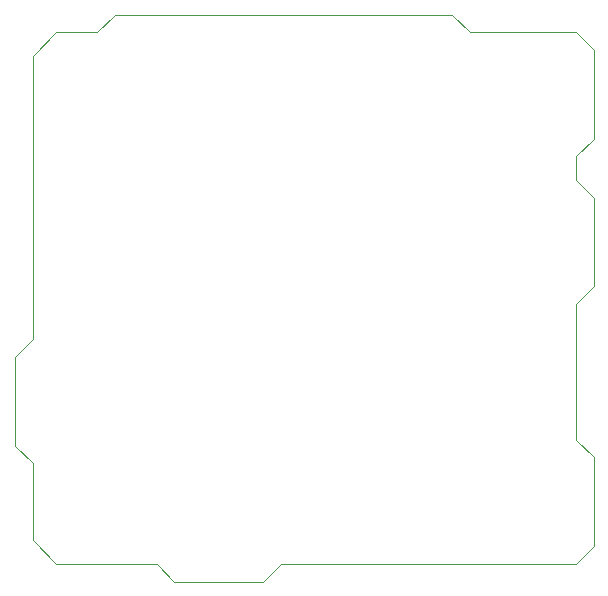
<source format=gm1>
G04 #@! TF.GenerationSoftware,KiCad,Pcbnew,6.0.9-8da3e8f707~116~ubuntu20.04.1*
G04 #@! TF.CreationDate,2023-04-19T18:10:53+00:00*
G04 #@! TF.ProjectId,LEC032002,4c454330-3332-4303-9032-2e6b69636164,rev?*
G04 #@! TF.SameCoordinates,Original*
G04 #@! TF.FileFunction,Profile,NP*
%FSLAX46Y46*%
G04 Gerber Fmt 4.6, Leading zero omitted, Abs format (unit mm)*
G04 Created by KiCad (PCBNEW 6.0.9-8da3e8f707~116~ubuntu20.04.1) date 2023-04-19 18:10:53*
%MOMM*%
%LPD*%
G01*
G04 APERTURE LIST*
G04 #@! TA.AperFunction,Profile*
%ADD10C,0.050000*%
G04 #@! TD*
G04 APERTURE END LIST*
D10*
X180000000Y-120000000D02*
X205000000Y-120000000D01*
X169500000Y-120000000D02*
X161000000Y-120000000D01*
X206500000Y-76500000D02*
X205000000Y-75000000D01*
X205000000Y-98000000D02*
X205000000Y-109500000D01*
X161000000Y-75000000D02*
X164500000Y-75000000D01*
X205000000Y-120000000D02*
X206500000Y-118500000D01*
X159000000Y-118000000D02*
X161000000Y-120000000D01*
X178500000Y-121500000D02*
X180000000Y-120000000D01*
X159000000Y-77000000D02*
X159000000Y-101000000D01*
X169500000Y-120000000D02*
X171000000Y-121500000D01*
X205000000Y-85500000D02*
X206500000Y-84000000D01*
X194500000Y-73500000D02*
X166000000Y-73500000D01*
X157500000Y-102500000D02*
X157500000Y-110000000D01*
X157500000Y-110000000D02*
X159000000Y-111500000D01*
X159000000Y-77000000D02*
X161000000Y-75000000D01*
X206500000Y-96500000D02*
X206500000Y-89000000D01*
X205000000Y-98000000D02*
X206500000Y-96500000D01*
X166000000Y-73500000D02*
X164500000Y-75000000D01*
X159000000Y-111500000D02*
X159000000Y-118000000D01*
X205000000Y-87500000D02*
X205000000Y-85500000D01*
X205000000Y-75000000D02*
X196000000Y-75000000D01*
X206500000Y-111000000D02*
X205000000Y-109500000D01*
X196000000Y-75000000D02*
X194500000Y-73500000D01*
X206500000Y-118500000D02*
X206500000Y-111000000D01*
X206500000Y-89000000D02*
X205000000Y-87500000D01*
X159000000Y-101000000D02*
X157500000Y-102500000D01*
X171000000Y-121500000D02*
X178500000Y-121500000D01*
X206500000Y-84000000D02*
X206500000Y-76500000D01*
M02*

</source>
